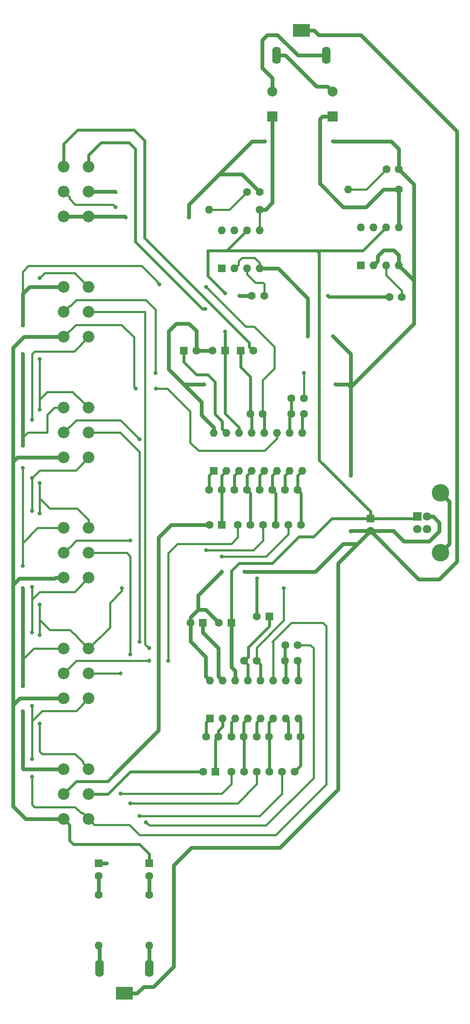
<source format=gbr>
G04 #@! TF.GenerationSoftware,KiCad,Pcbnew,5.0.0-fee4fd1~65~ubuntu16.04.1*
G04 #@! TF.CreationDate,2018-09-09T14:28:18+03:00*
G04 #@! TF.ProjectId,la3600_equalizer_amp,6C61333630305F657175616C697A6572,rev?*
G04 #@! TF.SameCoordinates,Original*
G04 #@! TF.FileFunction,Copper,L1,Top,Signal*
G04 #@! TF.FilePolarity,Positive*
%FSLAX46Y46*%
G04 Gerber Fmt 4.6, Leading zero omitted, Abs format (unit mm)*
G04 Created by KiCad (PCBNEW 5.0.0-fee4fd1~65~ubuntu16.04.1) date Sun Sep  9 14:28:18 2018*
%MOMM*%
%LPD*%
G01*
G04 APERTURE LIST*
G04 #@! TA.AperFunction,ComponentPad*
%ADD10C,2.340000*%
G04 #@! TD*
G04 #@! TA.AperFunction,ComponentPad*
%ADD11R,1.600000X1.600000*%
G04 #@! TD*
G04 #@! TA.AperFunction,ComponentPad*
%ADD12C,1.600000*%
G04 #@! TD*
G04 #@! TA.AperFunction,ComponentPad*
%ADD13C,2.000000*%
G04 #@! TD*
G04 #@! TA.AperFunction,ComponentPad*
%ADD14R,2.000000X2.000000*%
G04 #@! TD*
G04 #@! TA.AperFunction,ComponentPad*
%ADD15O,1.750000X3.500000*%
G04 #@! TD*
G04 #@! TA.AperFunction,ComponentPad*
%ADD16R,3.500000X2.500000*%
G04 #@! TD*
G04 #@! TA.AperFunction,ComponentPad*
%ADD17R,1.700000X1.700000*%
G04 #@! TD*
G04 #@! TA.AperFunction,ComponentPad*
%ADD18C,1.700000*%
G04 #@! TD*
G04 #@! TA.AperFunction,ComponentPad*
%ADD19C,3.500000*%
G04 #@! TD*
G04 #@! TA.AperFunction,ComponentPad*
%ADD20O,1.600000X1.600000*%
G04 #@! TD*
G04 #@! TA.AperFunction,ViaPad*
%ADD21C,0.800000*%
G04 #@! TD*
G04 #@! TA.AperFunction,Conductor*
%ADD22C,0.600000*%
G04 #@! TD*
G04 #@! TA.AperFunction,Conductor*
%ADD23C,0.800000*%
G04 #@! TD*
G04 #@! TA.AperFunction,Conductor*
%ADD24C,0.400000*%
G04 #@! TD*
G04 #@! TA.AperFunction,Conductor*
%ADD25C,0.700000*%
G04 #@! TD*
G04 APERTURE END LIST*
D10*
G04 #@! TO.P,22K4,4*
G04 #@! TO.N,Net-(22K1-Pad4)*
X41830000Y-96113600D03*
G04 #@! TO.P,22K4,5*
G04 #@! TO.N,Net-(22K4-Pad5)*
X41830000Y-101113600D03*
G04 #@! TO.P,22K4,6*
G04 #@! TO.N,Net-(22K1-Pad6)*
X41830000Y-106113600D03*
G04 #@! TO.P,22K4,1*
G04 #@! TO.N,Net-(22K1-Pad1)*
X36830000Y-96113600D03*
G04 #@! TO.P,22K4,2*
G04 #@! TO.N,Net-(22K4-Pad2)*
X36830000Y-101113600D03*
G04 #@! TO.P,22K4,3*
G04 #@! TO.N,Net-(22K1-Pad3)*
X36830000Y-106113600D03*
G04 #@! TD*
G04 #@! TO.P,22K2,4*
G04 #@! TO.N,Net-(22K1-Pad4)*
X41830000Y-144475200D03*
G04 #@! TO.P,22K2,5*
G04 #@! TO.N,Net-(22K2-Pad5)*
X41830000Y-149475200D03*
G04 #@! TO.P,22K2,6*
G04 #@! TO.N,Net-(22K1-Pad6)*
X41830000Y-154475200D03*
G04 #@! TO.P,22K2,1*
G04 #@! TO.N,Net-(22K1-Pad1)*
X36830000Y-144475200D03*
G04 #@! TO.P,22K2,2*
G04 #@! TO.N,Net-(22K2-Pad2)*
X36830000Y-149475200D03*
G04 #@! TO.P,22K2,3*
G04 #@! TO.N,Net-(22K1-Pad3)*
X36830000Y-154475200D03*
G04 #@! TD*
G04 #@! TO.P,22K1,3*
G04 #@! TO.N,Net-(22K1-Pad3)*
X36830000Y-178656000D03*
G04 #@! TO.P,22K1,2*
G04 #@! TO.N,Net-(22K1-Pad2)*
X36830000Y-173656000D03*
G04 #@! TO.P,22K1,1*
G04 #@! TO.N,Net-(22K1-Pad1)*
X36830000Y-168656000D03*
G04 #@! TO.P,22K1,6*
G04 #@! TO.N,Net-(22K1-Pad6)*
X41830000Y-178656000D03*
G04 #@! TO.P,22K1,5*
G04 #@! TO.N,Net-(22K1-Pad5)*
X41830000Y-173656000D03*
G04 #@! TO.P,22K1,4*
G04 #@! TO.N,Net-(22K1-Pad4)*
X41830000Y-168656000D03*
G04 #@! TD*
G04 #@! TO.P,22K3,3*
G04 #@! TO.N,Net-(22K1-Pad3)*
X36830000Y-130294400D03*
G04 #@! TO.P,22K3,2*
G04 #@! TO.N,Net-(22K3-Pad2)*
X36830000Y-125294400D03*
G04 #@! TO.P,22K3,1*
G04 #@! TO.N,Net-(22K1-Pad1)*
X36830000Y-120294400D03*
G04 #@! TO.P,22K3,6*
G04 #@! TO.N,Net-(22K1-Pad6)*
X41830000Y-130294400D03*
G04 #@! TO.P,22K3,5*
G04 #@! TO.N,Net-(22K3-Pad5)*
X41830000Y-125294400D03*
G04 #@! TO.P,22K3,4*
G04 #@! TO.N,Net-(22K1-Pad4)*
X41830000Y-120294400D03*
G04 #@! TD*
G04 #@! TO.P,22K5,3*
G04 #@! TO.N,Net-(22K1-Pad3)*
X36830000Y-81932800D03*
G04 #@! TO.P,22K5,2*
G04 #@! TO.N,Net-(22K5-Pad2)*
X36830000Y-76932800D03*
G04 #@! TO.P,22K5,1*
G04 #@! TO.N,Net-(22K1-Pad1)*
X36830000Y-71932800D03*
G04 #@! TO.P,22K5,6*
G04 #@! TO.N,Net-(22K1-Pad6)*
X41830000Y-81932800D03*
G04 #@! TO.P,22K5,5*
G04 #@! TO.N,Net-(22K5-Pad5)*
X41830000Y-76932800D03*
G04 #@! TO.P,22K5,4*
G04 #@! TO.N,Net-(22K1-Pad4)*
X41830000Y-71932800D03*
G04 #@! TD*
G04 #@! TO.P,22K6,4*
G04 #@! TO.N,Net-(22K6-Pad4)*
X41830000Y-47752000D03*
G04 #@! TO.P,22K6,5*
G04 #@! TO.N,Net-(22K6-Pad5)*
X41830000Y-52752000D03*
G04 #@! TO.P,22K6,6*
G04 #@! TO.N,GND*
X41830000Y-57752000D03*
G04 #@! TO.P,22K6,1*
G04 #@! TO.N,Net-(22K6-Pad1)*
X36830000Y-47752000D03*
G04 #@! TO.P,22K6,2*
G04 #@! TO.N,Net-(22K6-Pad2)*
X36830000Y-52752000D03*
G04 #@! TO.P,22K6,3*
G04 #@! TO.N,GND*
X36830000Y-57752000D03*
G04 #@! TD*
D11*
G04 #@! TO.P,C1,1*
G04 #@! TO.N,Vcc*
X98425000Y-118364000D03*
D12*
G04 #@! TO.P,C1,2*
G04 #@! TO.N,GND*
X98425000Y-120864000D03*
G04 #@! TD*
G04 #@! TO.P,C2,2*
G04 #@! TO.N,Net-(C2-Pad2)*
X53975000Y-190079000D03*
D11*
G04 #@! TO.P,C2,1*
G04 #@! TO.N,Net-(22K1-Pad3)*
X53975000Y-187579000D03*
G04 #@! TD*
G04 #@! TO.P,C3,1*
G04 #@! TO.N,Net-(22K1-Pad6)*
X43815000Y-187579000D03*
D12*
G04 #@! TO.P,C3,2*
G04 #@! TO.N,Net-(C3-Pad2)*
X43815000Y-190079000D03*
G04 #@! TD*
G04 #@! TO.P,C4,2*
G04 #@! TO.N,Net-(22K1-Pad2)*
X66080000Y-119634000D03*
D11*
G04 #@! TO.P,C4,1*
G04 #@! TO.N,Net-(C4-Pad1)*
X68580000Y-119634000D03*
G04 #@! TD*
D12*
G04 #@! TO.P,C5,2*
G04 #@! TO.N,Net-(22K2-Pad2)*
X71795000Y-119634000D03*
G04 #@! TO.P,C5,1*
G04 #@! TO.N,Net-(C5-Pad1)*
X74295000Y-119634000D03*
G04 #@! TD*
G04 #@! TO.P,C6,1*
G04 #@! TO.N,Net-(C10-Pad2)*
X79375000Y-119634000D03*
G04 #@! TO.P,C6,2*
G04 #@! TO.N,Net-(22K3-Pad2)*
X76875000Y-119634000D03*
G04 #@! TD*
G04 #@! TO.P,C7,1*
G04 #@! TO.N,Net-(C11-Pad2)*
X84455000Y-119634000D03*
G04 #@! TO.P,C7,2*
G04 #@! TO.N,Net-(22K4-Pad2)*
X81955000Y-119634000D03*
G04 #@! TD*
G04 #@! TO.P,C8,1*
G04 #@! TO.N,Net-(C8-Pad1)*
X66040000Y-112649000D03*
G04 #@! TO.P,C8,2*
G04 #@! TO.N,Net-(C4-Pad1)*
X68540000Y-112649000D03*
G04 #@! TD*
G04 #@! TO.P,C9,1*
G04 #@! TO.N,Net-(C9-Pad1)*
X71120000Y-112649000D03*
G04 #@! TO.P,C9,2*
G04 #@! TO.N,Net-(C5-Pad1)*
X73620000Y-112649000D03*
G04 #@! TD*
G04 #@! TO.P,C10,2*
G04 #@! TO.N,Net-(C10-Pad2)*
X78700000Y-112649000D03*
G04 #@! TO.P,C10,1*
G04 #@! TO.N,Net-(C10-Pad1)*
X76200000Y-112649000D03*
G04 #@! TD*
G04 #@! TO.P,C11,2*
G04 #@! TO.N,Net-(C11-Pad2)*
X83780000Y-112649000D03*
G04 #@! TO.P,C11,1*
G04 #@! TO.N,Net-(C11-Pad1)*
X81280000Y-112649000D03*
G04 #@! TD*
D11*
G04 #@! TO.P,C12,1*
G04 #@! TO.N,Net-(C12-Pad1)*
X67310000Y-169164000D03*
D12*
G04 #@! TO.P,C12,2*
G04 #@! TO.N,Net-(22K1-Pad5)*
X64810000Y-169164000D03*
G04 #@! TD*
G04 #@! TO.P,C13,2*
G04 #@! TO.N,Net-(22K2-Pad5)*
X70525000Y-169164000D03*
G04 #@! TO.P,C13,1*
G04 #@! TO.N,Net-(C13-Pad1)*
X73025000Y-169164000D03*
G04 #@! TD*
G04 #@! TO.P,C14,1*
G04 #@! TO.N,Net-(C14-Pad1)*
X78105000Y-169164000D03*
G04 #@! TO.P,C14,2*
G04 #@! TO.N,Net-(22K3-Pad5)*
X75605000Y-169164000D03*
G04 #@! TD*
G04 #@! TO.P,C15,1*
G04 #@! TO.N,Net-(C15-Pad1)*
X83185000Y-169164000D03*
G04 #@! TO.P,C15,2*
G04 #@! TO.N,Net-(22K4-Pad5)*
X80685000Y-169164000D03*
G04 #@! TD*
G04 #@! TO.P,C16,1*
G04 #@! TO.N,Net-(C16-Pad1)*
X65405000Y-162179000D03*
G04 #@! TO.P,C16,2*
G04 #@! TO.N,Net-(C12-Pad1)*
X67905000Y-162179000D03*
G04 #@! TD*
G04 #@! TO.P,C17,2*
G04 #@! TO.N,Net-(C13-Pad1)*
X72985000Y-162179000D03*
G04 #@! TO.P,C17,1*
G04 #@! TO.N,Net-(C17-Pad1)*
X70485000Y-162179000D03*
G04 #@! TD*
G04 #@! TO.P,C18,2*
G04 #@! TO.N,Net-(C14-Pad1)*
X78065000Y-162179000D03*
G04 #@! TO.P,C18,1*
G04 #@! TO.N,Net-(C18-Pad1)*
X75565000Y-162179000D03*
G04 #@! TD*
G04 #@! TO.P,C19,2*
G04 #@! TO.N,Net-(C15-Pad1)*
X84415000Y-162179000D03*
G04 #@! TO.P,C19,1*
G04 #@! TO.N,Net-(C19-Pad1)*
X81915000Y-162179000D03*
G04 #@! TD*
G04 #@! TO.P,C20,2*
G04 #@! TO.N,GND*
X66715000Y-84709000D03*
D11*
G04 #@! TO.P,C20,1*
G04 #@! TO.N,Vcc*
X69215000Y-84709000D03*
G04 #@! TD*
D12*
G04 #@! TO.P,C21,1*
G04 #@! TO.N,Net-(C21-Pad1)*
X82550000Y-97409000D03*
G04 #@! TO.P,C21,2*
G04 #@! TO.N,Net-(C21-Pad2)*
X85050000Y-97409000D03*
G04 #@! TD*
D11*
G04 #@! TO.P,C22,1*
G04 #@! TO.N,Vcc*
X70485000Y-139319000D03*
D12*
G04 #@! TO.P,C22,2*
G04 #@! TO.N,GND*
X67985000Y-139319000D03*
G04 #@! TD*
G04 #@! TO.P,C23,1*
G04 #@! TO.N,Net-(22K5-Pad2)*
X85050000Y-94234000D03*
G04 #@! TO.P,C23,2*
G04 #@! TO.N,Net-(C21-Pad1)*
X82550000Y-94234000D03*
G04 #@! TD*
G04 #@! TO.P,C24,2*
G04 #@! TO.N,GND*
X63460000Y-84709000D03*
D11*
G04 #@! TO.P,C24,1*
G04 #@! TO.N,Net-(C24-Pad1)*
X60960000Y-84709000D03*
G04 #@! TD*
D12*
G04 #@! TO.P,C25,1*
G04 #@! TO.N,Net-(C25-Pad1)*
X81280000Y-146939000D03*
G04 #@! TO.P,C25,2*
G04 #@! TO.N,Net-(C25-Pad2)*
X83780000Y-146939000D03*
G04 #@! TD*
G04 #@! TO.P,C26,1*
G04 #@! TO.N,Net-(C26-Pad1)*
X74295000Y-97409000D03*
G04 #@! TO.P,C26,2*
G04 #@! TO.N,Net-(22K1-Pad1)*
X76795000Y-97409000D03*
G04 #@! TD*
G04 #@! TO.P,C27,2*
G04 #@! TO.N,Net-(C25-Pad1)*
X81320000Y-143764000D03*
G04 #@! TO.P,C27,1*
G04 #@! TO.N,Net-(22K5-Pad5)*
X83820000Y-143764000D03*
G04 #@! TD*
G04 #@! TO.P,C28,2*
G04 #@! TO.N,GND*
X62270000Y-139319000D03*
D11*
G04 #@! TO.P,C28,1*
G04 #@! TO.N,Net-(C28-Pad1)*
X64770000Y-139319000D03*
G04 #@! TD*
D12*
G04 #@! TO.P,C29,2*
G04 #@! TO.N,Net-(22K1-Pad4)*
X75565000Y-146939000D03*
G04 #@! TO.P,C29,1*
G04 #@! TO.N,Net-(C29-Pad1)*
X73065000Y-146939000D03*
G04 #@! TD*
D11*
G04 #@! TO.P,C30,1*
G04 #@! TO.N,Net-(C26-Pad1)*
X72390000Y-84709000D03*
D12*
G04 #@! TO.P,C30,2*
G04 #@! TO.N,Net-(22K6-Pad1)*
X74890000Y-84709000D03*
G04 #@! TD*
D11*
G04 #@! TO.P,C31,1*
G04 #@! TO.N,Net-(C29-Pad1)*
X78105000Y-138049000D03*
D12*
G04 #@! TO.P,C31,2*
G04 #@! TO.N,Net-(22K6-Pad4)*
X75605000Y-138049000D03*
G04 #@! TD*
G04 #@! TO.P,C32,1*
G04 #@! TO.N,Net-(C32-Pad1)*
X77089000Y-73723500D03*
G04 #@! TO.P,C32,2*
G04 #@! TO.N,Net-(22K6-Pad2)*
X74589000Y-73723500D03*
G04 #@! TD*
G04 #@! TO.P,C33,2*
G04 #@! TO.N,Net-(22K6-Pad5)*
X102211500Y-73914000D03*
G04 #@! TO.P,C33,1*
G04 #@! TO.N,Net-(C33-Pad1)*
X104711500Y-73914000D03*
G04 #@! TD*
G04 #@! TO.P,C34,2*
G04 #@! TO.N,GND*
X76160000Y-52832000D03*
G04 #@! TO.P,C34,1*
G04 #@! TO.N,Net-(C34-Pad1)*
X73660000Y-52832000D03*
G04 #@! TD*
G04 #@! TO.P,C35,2*
G04 #@! TO.N,GND*
X104140000Y-48260000D03*
G04 #@! TO.P,C35,1*
G04 #@! TO.N,Net-(C35-Pad1)*
X101640000Y-48260000D03*
G04 #@! TD*
D13*
G04 #@! TO.P,C36,2*
G04 #@! TO.N,Net-(C36-Pad2)*
X78740000Y-32719000D03*
D14*
G04 #@! TO.P,C36,1*
G04 #@! TO.N,Net-(C36-Pad1)*
X78740000Y-37719000D03*
G04 #@! TD*
G04 #@! TO.P,C37,1*
G04 #@! TO.N,Net-(C37-Pad1)*
X90805000Y-37719000D03*
D13*
G04 #@! TO.P,C37,2*
G04 #@! TO.N,Net-(C37-Pad2)*
X90805000Y-32719000D03*
G04 #@! TD*
D15*
G04 #@! TO.P,J1,3*
G04 #@! TO.N,Net-(J1-Pad3)*
X54022000Y-208680000D03*
G04 #@! TO.P,J1,2*
G04 #@! TO.N,Net-(J1-Pad2)*
X44022000Y-208680000D03*
D16*
G04 #@! TO.P,J1,1*
G04 #@! TO.N,GND*
X49022000Y-213686000D03*
G04 #@! TD*
G04 #@! TO.P,J2,1*
G04 #@! TO.N,GND*
X84582000Y-20447000D03*
D15*
G04 #@! TO.P,J2,2*
G04 #@! TO.N,Net-(C36-Pad2)*
X89582000Y-25453000D03*
G04 #@! TO.P,J2,3*
G04 #@! TO.N,Net-(C37-Pad2)*
X79582000Y-25453000D03*
G04 #@! TD*
D17*
G04 #@! TO.P,J3,1*
G04 #@! TO.N,Vcc*
X107823000Y-117983000D03*
D18*
G04 #@! TO.P,J3,2*
G04 #@! TO.N,Net-(J3-Pad2)*
X107823000Y-120483000D03*
G04 #@! TO.P,J3,3*
G04 #@! TO.N,Net-(J3-Pad3)*
X109823000Y-120483000D03*
G04 #@! TO.P,J3,4*
G04 #@! TO.N,GND*
X109823000Y-117983000D03*
D19*
G04 #@! TO.P,J3,5*
G04 #@! TO.N,Net-(J3-Pad5)*
X112533000Y-113213000D03*
X112533000Y-125253000D03*
G04 #@! TD*
D12*
G04 #@! TO.P,R1,1*
G04 #@! TO.N,Net-(C2-Pad2)*
X53975000Y-193929000D03*
D20*
G04 #@! TO.P,R1,2*
G04 #@! TO.N,Net-(J1-Pad3)*
X53975000Y-204089000D03*
G04 #@! TD*
G04 #@! TO.P,R2,2*
G04 #@! TO.N,Net-(J1-Pad2)*
X43815000Y-204089000D03*
D12*
G04 #@! TO.P,R2,1*
G04 #@! TO.N,Net-(C3-Pad2)*
X43815000Y-193929000D03*
G04 #@! TD*
D20*
G04 #@! TO.P,R3,2*
G04 #@! TO.N,Net-(C34-Pad1)*
X66040000Y-56388000D03*
D12*
G04 #@! TO.P,R3,1*
G04 #@! TO.N,Net-(C36-Pad1)*
X76200000Y-56388000D03*
G04 #@! TD*
G04 #@! TO.P,R4,1*
G04 #@! TO.N,Net-(C37-Pad1)*
X104140000Y-52324000D03*
D20*
G04 #@! TO.P,R4,2*
G04 #@! TO.N,Net-(C35-Pad1)*
X93980000Y-52324000D03*
G04 #@! TD*
D11*
G04 #@! TO.P,U1,1*
G04 #@! TO.N,Net-(C8-Pad1)*
X66929000Y-108839000D03*
D20*
G04 #@! TO.P,U1,9*
G04 #@! TO.N,Net-(C21-Pad2)*
X84709000Y-101219000D03*
G04 #@! TO.P,U1,2*
G04 #@! TO.N,Net-(C4-Pad1)*
X69469000Y-108839000D03*
G04 #@! TO.P,U1,10*
G04 #@! TO.N,Net-(C21-Pad1)*
X82169000Y-101219000D03*
G04 #@! TO.P,U1,3*
G04 #@! TO.N,Net-(C9-Pad1)*
X72009000Y-108839000D03*
G04 #@! TO.P,U1,11*
G04 #@! TO.N,Net-(22K1-Pad3)*
X79629000Y-101219000D03*
G04 #@! TO.P,U1,4*
G04 #@! TO.N,Net-(C5-Pad1)*
X74549000Y-108839000D03*
G04 #@! TO.P,U1,12*
G04 #@! TO.N,Net-(22K1-Pad1)*
X77089000Y-101219000D03*
G04 #@! TO.P,U1,5*
G04 #@! TO.N,Net-(C10-Pad1)*
X77089000Y-108839000D03*
G04 #@! TO.P,U1,13*
G04 #@! TO.N,Net-(C26-Pad1)*
X74549000Y-101219000D03*
G04 #@! TO.P,U1,6*
G04 #@! TO.N,Net-(C10-Pad2)*
X79629000Y-108839000D03*
G04 #@! TO.P,U1,14*
G04 #@! TO.N,Vcc*
X72009000Y-101219000D03*
G04 #@! TO.P,U1,7*
G04 #@! TO.N,Net-(C11-Pad1)*
X82169000Y-108839000D03*
G04 #@! TO.P,U1,15*
G04 #@! TO.N,Net-(C24-Pad1)*
X69469000Y-101219000D03*
G04 #@! TO.P,U1,8*
G04 #@! TO.N,Net-(C11-Pad2)*
X84709000Y-108839000D03*
G04 #@! TO.P,U1,16*
G04 #@! TO.N,GND*
X66929000Y-101219000D03*
G04 #@! TD*
G04 #@! TO.P,U2,16*
G04 #@! TO.N,GND*
X66167000Y-150876000D03*
G04 #@! TO.P,U2,8*
G04 #@! TO.N,Net-(C15-Pad1)*
X83947000Y-158496000D03*
G04 #@! TO.P,U2,15*
G04 #@! TO.N,Net-(C28-Pad1)*
X68707000Y-150876000D03*
G04 #@! TO.P,U2,7*
G04 #@! TO.N,Net-(C19-Pad1)*
X81407000Y-158496000D03*
G04 #@! TO.P,U2,14*
G04 #@! TO.N,Vcc*
X71247000Y-150876000D03*
G04 #@! TO.P,U2,6*
G04 #@! TO.N,Net-(C14-Pad1)*
X78867000Y-158496000D03*
G04 #@! TO.P,U2,13*
G04 #@! TO.N,Net-(C29-Pad1)*
X73787000Y-150876000D03*
G04 #@! TO.P,U2,5*
G04 #@! TO.N,Net-(C18-Pad1)*
X76327000Y-158496000D03*
G04 #@! TO.P,U2,12*
G04 #@! TO.N,Net-(22K1-Pad4)*
X76327000Y-150876000D03*
G04 #@! TO.P,U2,4*
G04 #@! TO.N,Net-(C13-Pad1)*
X73787000Y-158496000D03*
G04 #@! TO.P,U2,11*
G04 #@! TO.N,Net-(22K1-Pad6)*
X78867000Y-150876000D03*
G04 #@! TO.P,U2,3*
G04 #@! TO.N,Net-(C17-Pad1)*
X71247000Y-158496000D03*
G04 #@! TO.P,U2,10*
G04 #@! TO.N,Net-(C25-Pad1)*
X81407000Y-150876000D03*
G04 #@! TO.P,U2,2*
G04 #@! TO.N,Net-(C12-Pad1)*
X68707000Y-158496000D03*
G04 #@! TO.P,U2,9*
G04 #@! TO.N,Net-(C25-Pad2)*
X83947000Y-150876000D03*
D11*
G04 #@! TO.P,U2,1*
G04 #@! TO.N,Net-(C16-Pad1)*
X66167000Y-158496000D03*
G04 #@! TD*
G04 #@! TO.P,U4,1*
G04 #@! TO.N,Net-(U4-Pad1)*
X96520000Y-67564000D03*
D20*
G04 #@! TO.P,U4,5*
G04 #@! TO.N,Net-(C37-Pad1)*
X104140000Y-59944000D03*
G04 #@! TO.P,U4,2*
G04 #@! TO.N,GND*
X99060000Y-67564000D03*
G04 #@! TO.P,U4,6*
G04 #@! TO.N,Vcc*
X101600000Y-59944000D03*
G04 #@! TO.P,U4,3*
G04 #@! TO.N,Net-(C33-Pad1)*
X101600000Y-67564000D03*
G04 #@! TO.P,U4,7*
G04 #@! TO.N,Net-(U4-Pad7)*
X99060000Y-59944000D03*
G04 #@! TO.P,U4,4*
G04 #@! TO.N,GND*
X104140000Y-67564000D03*
G04 #@! TO.P,U4,8*
G04 #@! TO.N,Net-(U4-Pad8)*
X96520000Y-59944000D03*
G04 #@! TD*
D11*
G04 #@! TO.P,U3,1*
G04 #@! TO.N,Net-(U3-Pad1)*
X68580000Y-68199000D03*
D20*
G04 #@! TO.P,U3,5*
G04 #@! TO.N,Net-(C36-Pad1)*
X76200000Y-60579000D03*
G04 #@! TO.P,U3,2*
G04 #@! TO.N,GND*
X71120000Y-68199000D03*
G04 #@! TO.P,U3,6*
G04 #@! TO.N,Vcc*
X73660000Y-60579000D03*
G04 #@! TO.P,U3,3*
G04 #@! TO.N,Net-(C32-Pad1)*
X73660000Y-68199000D03*
G04 #@! TO.P,U3,7*
G04 #@! TO.N,Net-(U3-Pad7)*
X71120000Y-60579000D03*
G04 #@! TO.P,U3,4*
G04 #@! TO.N,GND*
X76200000Y-68199000D03*
G04 #@! TO.P,U3,8*
G04 #@! TO.N,Net-(U3-Pad8)*
X68580000Y-60579000D03*
G04 #@! TD*
D21*
G04 #@! TO.N,Net-(22K1-Pad3)*
X55372000Y-92329000D03*
X51308000Y-92329000D03*
G04 #@! TO.N,Net-(22K1-Pad1)*
X28575000Y-157099000D03*
X28575000Y-152019000D03*
X28575000Y-132334000D03*
X28575000Y-127889000D03*
X28575000Y-108204000D03*
X28575000Y-103759000D03*
X28575000Y-85344000D03*
X28575000Y-79629000D03*
X65405000Y-71882000D03*
X56007000Y-71374000D03*
G04 #@! TO.N,Net-(22K1-Pad6)*
X30480000Y-170180000D03*
X30480000Y-166624000D03*
X30480000Y-132080000D03*
X30480000Y-110236000D03*
X30480000Y-98552000D03*
X30480000Y-116840000D03*
X30480000Y-155956000D03*
X30480000Y-141224000D03*
G04 #@! TO.N,Net-(22K1-Pad4)*
X32004000Y-86360000D03*
X32004000Y-159512000D03*
X32004000Y-96520000D03*
X32004000Y-141732000D03*
X32004000Y-135636000D03*
X32004000Y-117348000D03*
X32004000Y-111252000D03*
X81026000Y-132334000D03*
X48514000Y-132334000D03*
X32004000Y-70104000D03*
G04 #@! TO.N,Net-(22K2-Pad5)*
X48260000Y-149479000D03*
X48260000Y-173609000D03*
G04 #@! TO.N,Net-(22K2-Pad2)*
X53975000Y-146939000D03*
X57785000Y-146939000D03*
G04 #@! TO.N,Net-(22K3-Pad2)*
X50165000Y-122809000D03*
X65405000Y-124714000D03*
G04 #@! TO.N,Net-(22K3-Pad5)*
X50165000Y-145669000D03*
X50165000Y-175514000D03*
G04 #@! TO.N,Net-(22K4-Pad5)*
X52070000Y-143129000D03*
X52070000Y-178054000D03*
G04 #@! TO.N,Net-(22K4-Pad2)*
X52070000Y-102489000D03*
X68580000Y-125984000D03*
G04 #@! TO.N,Net-(22K5-Pad2)*
X55245000Y-89154000D03*
X85090000Y-89154000D03*
G04 #@! TO.N,Net-(22K5-Pad5)*
X53975000Y-144399000D03*
X53340000Y-179324000D03*
G04 #@! TO.N,Net-(22K6-Pad4)*
X65278000Y-76327000D03*
X75692000Y-130429000D03*
G04 #@! TO.N,Net-(22K6-Pad5)*
X89916000Y-73660000D03*
X47244000Y-52832000D03*
G04 #@! TO.N,GND*
X49276000Y-57912000D03*
X61976000Y-57912000D03*
X94488000Y-120904000D03*
X94488000Y-109728000D03*
X90932000Y-42672000D03*
X77216000Y-42672000D03*
X85852000Y-81788000D03*
X90932000Y-81788000D03*
X68580000Y-129032000D03*
X73152000Y-129032000D03*
X65024000Y-91440000D03*
X91440000Y-91440000D03*
G04 #@! TO.N,Net-(22K6-Pad2)*
X72136000Y-73660000D03*
X47244000Y-55880000D03*
G04 #@! TO.N,Vcc*
X69215000Y-80899000D03*
X69215000Y-73152000D03*
G04 #@! TD*
D22*
G04 #@! TO.N,Net-(22K1-Pad3)*
X37999999Y-179825999D02*
X37999999Y-183033999D01*
X36830000Y-178656000D02*
X37999999Y-179825999D01*
X37999999Y-183033999D02*
X38735000Y-183769000D01*
X38735000Y-183769000D02*
X52070000Y-183769000D01*
X53975000Y-185674000D02*
X53975000Y-186179000D01*
X53975000Y-186179000D02*
X53975000Y-187579000D01*
X52070000Y-183769000D02*
X53975000Y-185674000D01*
D23*
X28811200Y-81932800D02*
X36830000Y-81932800D01*
X36830000Y-178656000D02*
X29177000Y-178656000D01*
X29177000Y-178656000D02*
X26670000Y-176149000D01*
X26670000Y-84074000D02*
X28811200Y-81932800D01*
X36830000Y-154475200D02*
X28023800Y-154475200D01*
X28023800Y-154475200D02*
X26670000Y-155829000D01*
X26670000Y-176149000D02*
X26670000Y-155829000D01*
X35175371Y-130294400D02*
X35040771Y-130429000D01*
X36830000Y-130294400D02*
X35175371Y-130294400D01*
X27940000Y-130429000D02*
X26670000Y-131699000D01*
X35040771Y-130429000D02*
X27940000Y-130429000D01*
X26670000Y-155829000D02*
X26670000Y-131699000D01*
X27490400Y-106113600D02*
X26670000Y-106934000D01*
X36830000Y-106113600D02*
X27490400Y-106113600D01*
X26670000Y-106934000D02*
X26670000Y-84074000D01*
X26670000Y-131699000D02*
X26670000Y-106934000D01*
D24*
X79629000Y-102350370D02*
X77204370Y-104775000D01*
X79629000Y-101219000D02*
X79629000Y-102350370D01*
X77204370Y-104775000D02*
X63881000Y-104775000D01*
X63881000Y-104775000D02*
X62230000Y-103124000D01*
X62230000Y-103124000D02*
X62230000Y-96901000D01*
X57658000Y-92329000D02*
X55372000Y-92329000D01*
X62230000Y-96901000D02*
X57658000Y-92329000D01*
X50908001Y-91929001D02*
X50908001Y-82023001D01*
X51308000Y-92329000D02*
X50908001Y-91929001D01*
X50908001Y-82023001D02*
X48387000Y-79502000D01*
X39260800Y-79502000D02*
X36830000Y-81932800D01*
X48387000Y-79502000D02*
X39260800Y-79502000D01*
D22*
G04 #@! TO.N,Net-(22K1-Pad2)*
X36830000Y-173656000D02*
X39370000Y-171116000D01*
X39370000Y-171116000D02*
X45673000Y-171116000D01*
X45673000Y-171116000D02*
X46990000Y-169799000D01*
D23*
X55880000Y-160909000D02*
X55880000Y-122174000D01*
X55880000Y-122174000D02*
X58420000Y-119634000D01*
X46990000Y-169799000D02*
X55880000Y-160909000D01*
X58420000Y-119634000D02*
X66080000Y-119634000D01*
G04 #@! TO.N,Net-(22K1-Pad1)*
X36830000Y-168656000D02*
X28702000Y-168656000D01*
X28575000Y-168529000D02*
X28575000Y-157099000D01*
X28702000Y-168656000D02*
X28575000Y-168529000D01*
X29921200Y-71932800D02*
X36830000Y-71932800D01*
X28575000Y-73279000D02*
X29921200Y-71932800D01*
D24*
X36830000Y-96113600D02*
X34950400Y-96113600D01*
X34950400Y-96113600D02*
X33528000Y-97536000D01*
X33528000Y-97536000D02*
X33528000Y-101092000D01*
X29591000Y-101092000D02*
X28575000Y-102108000D01*
D23*
X28575000Y-102108000D02*
X28575000Y-85344000D01*
D24*
X33528000Y-101092000D02*
X29591000Y-101092000D01*
D23*
X28575000Y-103759000D02*
X28575000Y-102108000D01*
D24*
X28575000Y-127889000D02*
X28575000Y-123317000D01*
X31597600Y-120294400D02*
X36830000Y-120294400D01*
X28575000Y-123317000D02*
X31597600Y-120294400D01*
X28575000Y-123317000D02*
X28575000Y-108204000D01*
D23*
X28575000Y-152019000D02*
X28575000Y-148336000D01*
X28575000Y-148336000D02*
X28575000Y-132334000D01*
D24*
X28575000Y-146685000D02*
X30784800Y-144475200D01*
X30784800Y-144475200D02*
X36830000Y-144475200D01*
X28575000Y-148336000D02*
X28575000Y-146685000D01*
D22*
X77089000Y-97703000D02*
X76795000Y-97409000D01*
X77089000Y-101219000D02*
X77089000Y-97703000D01*
D24*
X76795000Y-97409000D02*
X76795000Y-90591000D01*
X76795000Y-90591000D02*
X79121000Y-88265000D01*
X79121000Y-88265000D02*
X79121000Y-83947000D01*
X79121000Y-83947000D02*
X75057000Y-79883000D01*
X73406000Y-79883000D02*
X65405000Y-71882000D01*
X75057000Y-79883000D02*
X73406000Y-79883000D01*
D23*
X28575000Y-79629000D02*
X28575000Y-73279000D01*
D24*
X55607001Y-70974001D02*
X56007000Y-71374000D01*
X55607001Y-70847001D02*
X55607001Y-70974001D01*
X28575000Y-73279000D02*
X28575000Y-68834000D01*
X52451000Y-67691000D02*
X55607001Y-70847001D01*
X28575000Y-68834000D02*
X29718000Y-67691000D01*
X29718000Y-67691000D02*
X52451000Y-67691000D01*
D23*
G04 #@! TO.N,Net-(22K1-Pad6)*
X43815000Y-187579000D02*
X45415000Y-187579000D01*
D24*
X50031999Y-179825999D02*
X52070000Y-181864000D01*
X52070000Y-181864000D02*
X79375000Y-181864000D01*
X88900000Y-139319000D02*
X82550000Y-139319000D01*
X79375000Y-181864000D02*
X89535000Y-171704000D01*
X41830000Y-178656000D02*
X42999999Y-179825999D01*
X42999999Y-179825999D02*
X50031999Y-179825999D01*
X89535000Y-171704000D02*
X89535000Y-139954000D01*
X78867000Y-143256000D02*
X78867000Y-150876000D01*
X89535000Y-139954000D02*
X88900000Y-139319000D01*
X78740000Y-143129000D02*
X78867000Y-143256000D01*
X82550000Y-139319000D02*
X78740000Y-143129000D01*
X40660001Y-177486001D02*
X40326001Y-177486001D01*
X41830000Y-178656000D02*
X40660001Y-177486001D01*
X40326001Y-177486001D02*
X39116000Y-176276000D01*
X39116000Y-176276000D02*
X30988000Y-176276000D01*
X30988000Y-176276000D02*
X30480000Y-175768000D01*
X30480000Y-175768000D02*
X30480000Y-170180000D01*
X30988000Y-84836000D02*
X38926800Y-84836000D01*
X30480000Y-85344000D02*
X30988000Y-84836000D01*
X38926800Y-84836000D02*
X41830000Y-81932800D01*
X41830000Y-106113600D02*
X39231600Y-108712000D01*
X39231600Y-108712000D02*
X32004000Y-108712000D01*
X32004000Y-108712000D02*
X30480000Y-110236000D01*
X30480000Y-134620000D02*
X30480000Y-132080000D01*
X39028400Y-133096000D02*
X41830000Y-130294400D01*
X32004000Y-133096000D02*
X39028400Y-133096000D01*
X30480000Y-134620000D02*
X32004000Y-133096000D01*
X30480000Y-166624000D02*
X30480000Y-159004000D01*
X39333200Y-156972000D02*
X41830000Y-154475200D01*
X32512000Y-156972000D02*
X39333200Y-156972000D01*
X30480000Y-159004000D02*
X32512000Y-156972000D01*
X30480000Y-98552000D02*
X30480000Y-85344000D01*
X30480000Y-116840000D02*
X30480000Y-110236000D01*
X30480000Y-141224000D02*
X30480000Y-134620000D01*
X30480000Y-159004000D02*
X30480000Y-155956000D01*
D22*
G04 #@! TO.N,Net-(22K1-Pad5)*
X64810000Y-169164000D02*
X50165000Y-169164000D01*
X45673000Y-173656000D02*
X41830000Y-173656000D01*
X50165000Y-169164000D02*
X45673000Y-173656000D01*
G04 #@! TO.N,Net-(22K1-Pad4)*
X76327000Y-147701000D02*
X75565000Y-146939000D01*
X76327000Y-150876000D02*
X76327000Y-147701000D01*
D24*
X33020000Y-69088000D02*
X39116000Y-69088000D01*
X39116000Y-69218800D02*
X41830000Y-71932800D01*
X39116000Y-69088000D02*
X39116000Y-69218800D01*
X32004000Y-165100000D02*
X32004000Y-159512000D01*
X40660001Y-167486001D02*
X40660001Y-167152001D01*
X40660001Y-167152001D02*
X39116000Y-165608000D01*
X32512000Y-165608000D02*
X32004000Y-165100000D01*
X41830000Y-168656000D02*
X40660001Y-167486001D01*
X39116000Y-165608000D02*
X32512000Y-165608000D01*
X32004000Y-96520000D02*
X32004000Y-86360000D01*
X41830000Y-96113600D02*
X39696400Y-93980000D01*
X39696400Y-93980000D02*
X39624000Y-93980000D01*
X39624000Y-93980000D02*
X38608000Y-92964000D01*
X38608000Y-92964000D02*
X33528000Y-92964000D01*
X33528000Y-92964000D02*
X32004000Y-94488000D01*
X32004000Y-94488000D02*
X32004000Y-96520000D01*
X41830000Y-144475200D02*
X39594800Y-142240000D01*
X39594800Y-142240000D02*
X39594800Y-142210800D01*
X39594800Y-142210800D02*
X38100000Y-140716000D01*
X34036000Y-140716000D02*
X32004000Y-138684000D01*
X38100000Y-140716000D02*
X34036000Y-140716000D01*
X32004000Y-138684000D02*
X32004000Y-135636000D01*
X32004000Y-141732000D02*
X32004000Y-138684000D01*
X41830000Y-118639771D02*
X39522229Y-116332000D01*
X41830000Y-120294400D02*
X41830000Y-118639771D01*
X34036000Y-116332000D02*
X32004000Y-114300000D01*
X39522229Y-116332000D02*
X34036000Y-116332000D01*
X32004000Y-114300000D02*
X32004000Y-111252000D01*
X32004000Y-117348000D02*
X32004000Y-114300000D01*
X75565000Y-146939000D02*
X75565000Y-144272000D01*
X75565000Y-144272000D02*
X81026000Y-138811000D01*
X81026000Y-138811000D02*
X81026000Y-132334000D01*
X48514000Y-132899685D02*
X46101000Y-135312685D01*
X48514000Y-132334000D02*
X48514000Y-132899685D01*
X46101000Y-140204200D02*
X41830000Y-144475200D01*
X46101000Y-135312685D02*
X46101000Y-140204200D01*
X32004000Y-70104000D02*
X33020000Y-69088000D01*
G04 #@! TO.N,Net-(22K2-Pad5)*
X48256200Y-149475200D02*
X48260000Y-149479000D01*
X41830000Y-149475200D02*
X48256200Y-149475200D01*
X70525000Y-171664000D02*
X70525000Y-169164000D01*
X68580000Y-173609000D02*
X70525000Y-171664000D01*
X48260000Y-173609000D02*
X68580000Y-173609000D01*
G04 #@! TO.N,Net-(22K2-Pad2)*
X36830000Y-149475200D02*
X39366200Y-146939000D01*
X39366200Y-146939000D02*
X53975000Y-146939000D01*
X71795000Y-122134000D02*
X71795000Y-119634000D01*
X57785000Y-146939000D02*
X57785000Y-125349000D01*
X57785000Y-125349000D02*
X59690000Y-123444000D01*
X59690000Y-123444000D02*
X70485000Y-123444000D01*
X70485000Y-123444000D02*
X71795000Y-122134000D01*
G04 #@! TO.N,Net-(22K3-Pad2)*
X37999999Y-124124401D02*
X38054599Y-124124401D01*
X36830000Y-125294400D02*
X37999999Y-124124401D01*
X38054599Y-124124401D02*
X39370000Y-122809000D01*
X39370000Y-122809000D02*
X50165000Y-122809000D01*
X76875000Y-122769000D02*
X76875000Y-119634000D01*
X74930000Y-124714000D02*
X76875000Y-122769000D01*
X65405000Y-124714000D02*
X74930000Y-124714000D01*
G04 #@! TO.N,Net-(22K3-Pad5)*
X41830000Y-125294400D02*
X49475400Y-125294400D01*
X50165000Y-125984000D02*
X50165000Y-145669000D01*
X49475400Y-125294400D02*
X50165000Y-125984000D01*
X75605000Y-171664000D02*
X75605000Y-169164000D01*
X71755000Y-175514000D02*
X75605000Y-171664000D01*
X50165000Y-175514000D02*
X71755000Y-175514000D01*
G04 #@! TO.N,Net-(22K4-Pad5)*
X41830000Y-101113600D02*
X48154600Y-101113600D01*
X52070000Y-105029000D02*
X52070000Y-143129000D01*
X48154600Y-101113600D02*
X52070000Y-105029000D01*
X52070000Y-178054000D02*
X76200000Y-178054000D01*
X80685000Y-173569000D02*
X80685000Y-169164000D01*
X76200000Y-178054000D02*
X80685000Y-173569000D01*
G04 #@! TO.N,Net-(22K4-Pad2)*
X37999999Y-99943601D02*
X38105399Y-99943601D01*
X36830000Y-101113600D02*
X37999999Y-99943601D01*
X38105399Y-99943601D02*
X39370000Y-98679000D01*
X48260000Y-98679000D02*
X52070000Y-102489000D01*
X39370000Y-98679000D02*
X48260000Y-98679000D01*
X68580000Y-125984000D02*
X77470000Y-125984000D01*
X81955000Y-121499000D02*
X81955000Y-119634000D01*
X77470000Y-125984000D02*
X81955000Y-121499000D01*
G04 #@! TO.N,Net-(22K5-Pad2)*
X37999999Y-75762801D02*
X38156199Y-75762801D01*
X36830000Y-76932800D02*
X37999999Y-75762801D01*
X38156199Y-75762801D02*
X39370000Y-74549000D01*
X39370000Y-74549000D02*
X53340000Y-74549000D01*
X55245000Y-76454000D02*
X55245000Y-89154000D01*
X53340000Y-74549000D02*
X55245000Y-76454000D01*
X85090000Y-94194000D02*
X85050000Y-94234000D01*
X85090000Y-89154000D02*
X85090000Y-94194000D01*
G04 #@! TO.N,Net-(22K5-Pad5)*
X41830000Y-76932800D02*
X53183800Y-76932800D01*
X53183800Y-143607800D02*
X53975000Y-144399000D01*
X53183800Y-76932800D02*
X53183800Y-143607800D01*
X86995000Y-144399000D02*
X86360000Y-143764000D01*
X53340000Y-179324000D02*
X53975000Y-179959000D01*
X53975000Y-179959000D02*
X77470000Y-179959000D01*
X77470000Y-179959000D02*
X86995000Y-170434000D01*
X86360000Y-143764000D02*
X83820000Y-143764000D01*
X86995000Y-170434000D02*
X86995000Y-144399000D01*
D22*
G04 #@! TO.N,Net-(22K6-Pad4)*
X44323000Y-42926000D02*
X41830000Y-45419000D01*
X49911000Y-42926000D02*
X44323000Y-42926000D01*
X65278000Y-76327000D02*
X64643000Y-76327000D01*
X41830000Y-45419000D02*
X41830000Y-47752000D01*
X64643000Y-76327000D02*
X51181000Y-62865000D01*
X51181000Y-62865000D02*
X51181000Y-44196000D01*
X51181000Y-44196000D02*
X49911000Y-42926000D01*
X75605000Y-130516000D02*
X75692000Y-130429000D01*
X75605000Y-138049000D02*
X75605000Y-130516000D01*
D25*
G04 #@! TO.N,Net-(22K6-Pad5)*
X90170000Y-73914000D02*
X89916000Y-73660000D01*
X102211500Y-73914000D02*
X90170000Y-73914000D01*
D23*
X47164000Y-52752000D02*
X47244000Y-52832000D01*
X41830000Y-52752000D02*
X47164000Y-52752000D01*
G04 #@! TO.N,GND*
X87132000Y-20447000D02*
X88021000Y-21336000D01*
X84582000Y-20447000D02*
X87132000Y-20447000D01*
X88021000Y-21336000D02*
X96520000Y-21336000D01*
X115824000Y-127000000D02*
X112268000Y-130556000D01*
X108117000Y-130556000D02*
X98425000Y-120864000D01*
X112268000Y-130556000D02*
X108117000Y-130556000D01*
X103084000Y-120864000D02*
X103124000Y-120904000D01*
X98425000Y-120864000D02*
X103084000Y-120864000D01*
X107188000Y-70612000D02*
X104140000Y-67564000D01*
X99859999Y-66764001D02*
X99859999Y-65748001D01*
X99060000Y-67564000D02*
X99859999Y-66764001D01*
X99859999Y-65748001D02*
X101092000Y-64516000D01*
X101092000Y-64516000D02*
X103124000Y-64516000D01*
X104140000Y-65532000D02*
X104140000Y-67564000D01*
X103124000Y-64516000D02*
X104140000Y-65532000D01*
D24*
X72644000Y-66040000D02*
X75184000Y-66040000D01*
X76200000Y-67056000D02*
X76200000Y-68199000D01*
X75184000Y-66040000D02*
X76200000Y-67056000D01*
D23*
X107188000Y-51308000D02*
X104140000Y-48260000D01*
X107188000Y-70612000D02*
X107188000Y-51308000D01*
X36830000Y-57752000D02*
X41830000Y-57752000D01*
X49116000Y-57752000D02*
X49276000Y-57912000D01*
X41830000Y-57752000D02*
X49116000Y-57752000D01*
X61976000Y-57912000D02*
X61976000Y-55372000D01*
X61976000Y-55372000D02*
X68072000Y-49276000D01*
X75360001Y-52032001D02*
X76160000Y-52832000D01*
X72604000Y-49276000D02*
X75360001Y-52032001D01*
X68072000Y-49276000D02*
X72604000Y-49276000D01*
X62270000Y-138187630D02*
X63805630Y-136652000D01*
X62270000Y-139319000D02*
X62270000Y-138187630D01*
X65318000Y-136652000D02*
X67985000Y-139319000D01*
X63805630Y-136652000D02*
X65318000Y-136652000D01*
X63460000Y-84709000D02*
X66715000Y-84709000D01*
X51572000Y-213686000D02*
X52914000Y-212344000D01*
X49022000Y-213686000D02*
X51572000Y-213686000D01*
X52914000Y-212344000D02*
X54864000Y-212344000D01*
X54864000Y-212344000D02*
X58928000Y-208280000D01*
X58928000Y-208280000D02*
X58928000Y-187960000D01*
X58928000Y-187960000D02*
X62484000Y-184404000D01*
X62484000Y-184404000D02*
X80264000Y-184404000D01*
X80264000Y-184404000D02*
X91948000Y-172720000D01*
X91948000Y-172720000D02*
X91948000Y-127341000D01*
X111025081Y-117983000D02*
X112268000Y-119225919D01*
X109823000Y-117983000D02*
X111025081Y-117983000D01*
X112268000Y-119225919D02*
X112268000Y-120904000D01*
X112268000Y-120904000D02*
X110236000Y-122936000D01*
X105156000Y-122936000D02*
X103124000Y-120904000D01*
X110236000Y-122936000D02*
X105156000Y-122936000D01*
X94528000Y-120864000D02*
X94488000Y-120904000D01*
X98425000Y-120864000D02*
X94528000Y-120864000D01*
X107188000Y-79248000D02*
X107188000Y-70612000D01*
X94488000Y-91948000D02*
X107188000Y-79248000D01*
X94488000Y-109728000D02*
X94488000Y-91948000D01*
X66929000Y-100087630D02*
X64516000Y-97674630D01*
X66929000Y-101219000D02*
X66929000Y-100087630D01*
X64516000Y-97674630D02*
X64516000Y-94996000D01*
X57912000Y-88392000D02*
X57912000Y-80772000D01*
X57912000Y-80772000D02*
X59436000Y-79248000D01*
X59436000Y-79248000D02*
X61976000Y-79248000D01*
X63460000Y-80732000D02*
X63460000Y-84709000D01*
X61976000Y-79248000D02*
X63460000Y-80732000D01*
X104140000Y-48260000D02*
X104140000Y-44196000D01*
X102616000Y-42672000D02*
X90932000Y-42672000D01*
X104140000Y-44196000D02*
X102616000Y-42672000D01*
X74676000Y-42672000D02*
X68072000Y-49276000D01*
X77216000Y-42672000D02*
X74676000Y-42672000D01*
X76200000Y-68199000D02*
X79883000Y-68199000D01*
X85852000Y-74168000D02*
X85852000Y-81788000D01*
X79883000Y-68199000D02*
X85852000Y-74168000D01*
X94488000Y-85344000D02*
X94488000Y-91948000D01*
X90932000Y-81788000D02*
X94488000Y-85344000D01*
D24*
X71919999Y-66764001D02*
X72644000Y-66040000D01*
X71919999Y-67399001D02*
X71919999Y-66764001D01*
X71120000Y-68199000D02*
X71919999Y-67399001D01*
D23*
X65367001Y-150076001D02*
X65367001Y-146139001D01*
X66167000Y-150876000D02*
X65367001Y-150076001D01*
X62270000Y-143042000D02*
X62270000Y-139319000D01*
X65367001Y-146139001D02*
X62270000Y-143042000D01*
X63805630Y-133806370D02*
X68580000Y-129032000D01*
X63805630Y-136652000D02*
X63805630Y-133806370D01*
X73152000Y-129032000D02*
X87376000Y-129032000D01*
X92964000Y-123444000D02*
X95845000Y-123444000D01*
X95845000Y-123444000D02*
X98425000Y-120864000D01*
X87376000Y-129032000D02*
X92964000Y-123444000D01*
X91948000Y-127341000D02*
X95845000Y-123444000D01*
X60960000Y-91440000D02*
X65024000Y-91440000D01*
X64516000Y-94996000D02*
X60960000Y-91440000D01*
X60960000Y-91440000D02*
X57912000Y-88392000D01*
X93980000Y-91440000D02*
X94488000Y-91948000D01*
X91440000Y-91440000D02*
X93980000Y-91440000D01*
X115824000Y-40640000D02*
X115824000Y-127000000D01*
X96520000Y-21336000D02*
X115824000Y-40640000D01*
D22*
G04 #@! TO.N,Net-(22K6-Pad1)*
X74090001Y-83909001D02*
X74090001Y-83107001D01*
X74890000Y-84709000D02*
X74090001Y-83909001D01*
X74090001Y-83107001D02*
X53086000Y-62103000D01*
X53086000Y-62103000D02*
X53086000Y-42545000D01*
X53086000Y-42545000D02*
X50927000Y-40386000D01*
X50927000Y-40386000D02*
X39624000Y-40386000D01*
X36830000Y-43180000D02*
X36830000Y-47752000D01*
X39624000Y-40386000D02*
X36830000Y-43180000D01*
D23*
G04 #@! TO.N,Net-(22K6-Pad2)*
X72199500Y-73723500D02*
X72136000Y-73660000D01*
X74589000Y-73723500D02*
X72199500Y-73723500D01*
D24*
X37999999Y-53921999D02*
X37999999Y-54255999D01*
X36830000Y-52752000D02*
X37999999Y-53921999D01*
X37999999Y-54255999D02*
X39116000Y-55372000D01*
X46736000Y-55372000D02*
X47244000Y-55880000D01*
X39116000Y-55372000D02*
X46736000Y-55372000D01*
D23*
G04 #@! TO.N,Vcc*
X71247000Y-150876000D02*
X71247000Y-148971000D01*
X71247000Y-148971000D02*
X70485000Y-148209000D01*
X70485000Y-148209000D02*
X70485000Y-139319000D01*
D22*
X69215000Y-86109000D02*
X69215000Y-84709000D01*
X72009000Y-100087630D02*
X69215000Y-97293630D01*
X69215000Y-97293630D02*
X69215000Y-86109000D01*
X72009000Y-101219000D02*
X72009000Y-100087630D01*
X90678000Y-118364000D02*
X98425000Y-118364000D01*
X86995000Y-122047000D02*
X90678000Y-118364000D01*
X84074000Y-122047000D02*
X86995000Y-122047000D01*
X70485000Y-139319000D02*
X70485000Y-128905000D01*
X72009000Y-127381000D02*
X78740000Y-127381000D01*
X70485000Y-128905000D02*
X72009000Y-127381000D01*
X78740000Y-127381000D02*
X84074000Y-122047000D01*
X107442000Y-118364000D02*
X107823000Y-117983000D01*
X98425000Y-118364000D02*
X107442000Y-118364000D01*
X69215000Y-84709000D02*
X69215000Y-80899000D01*
X69215000Y-73152000D02*
X65786000Y-69723000D01*
X65786000Y-69723000D02*
X65786000Y-64643000D01*
X69596000Y-64643000D02*
X73660000Y-60579000D01*
X65786000Y-64643000D02*
X69596000Y-64643000D01*
X96901000Y-64643000D02*
X101600000Y-59944000D01*
X98425000Y-116964000D02*
X88138000Y-106677000D01*
X98425000Y-118364000D02*
X98425000Y-116964000D01*
X88138000Y-65151000D02*
X87630000Y-64643000D01*
X88138000Y-106677000D02*
X88138000Y-65151000D01*
X87630000Y-64643000D02*
X96901000Y-64643000D01*
X69596000Y-64643000D02*
X87630000Y-64643000D01*
D23*
G04 #@! TO.N,Net-(C2-Pad2)*
X53975000Y-193929000D02*
X53975000Y-190079000D01*
G04 #@! TO.N,Net-(C3-Pad2)*
X43815000Y-193929000D02*
X43815000Y-190079000D01*
D22*
G04 #@! TO.N,Net-(C4-Pad1)*
X68540000Y-109768000D02*
X69469000Y-108839000D01*
X68540000Y-112649000D02*
X68540000Y-109768000D01*
X68580000Y-112689000D02*
X68540000Y-112649000D01*
X68580000Y-119634000D02*
X68580000Y-112689000D01*
G04 #@! TO.N,Net-(C5-Pad1)*
X73620000Y-109768000D02*
X74549000Y-108839000D01*
X73620000Y-112649000D02*
X73620000Y-109768000D01*
X74295000Y-113324000D02*
X73620000Y-112649000D01*
X74295000Y-119634000D02*
X74295000Y-113324000D01*
G04 #@! TO.N,Net-(C10-Pad2)*
X78700000Y-109768000D02*
X79629000Y-108839000D01*
X78700000Y-112649000D02*
X78700000Y-109768000D01*
X79375000Y-113324000D02*
X78700000Y-112649000D01*
X79375000Y-119634000D02*
X79375000Y-113324000D01*
G04 #@! TO.N,Net-(C11-Pad2)*
X83780000Y-109768000D02*
X84709000Y-108839000D01*
X83780000Y-112649000D02*
X83780000Y-109768000D01*
X84455000Y-113324000D02*
X83780000Y-112649000D01*
X84455000Y-119634000D02*
X84455000Y-113324000D01*
G04 #@! TO.N,Net-(C8-Pad1)*
X66040000Y-109728000D02*
X66929000Y-108839000D01*
X66040000Y-112649000D02*
X66040000Y-109728000D01*
G04 #@! TO.N,Net-(C9-Pad1)*
X71120000Y-109728000D02*
X72009000Y-108839000D01*
X71120000Y-112649000D02*
X71120000Y-109728000D01*
G04 #@! TO.N,Net-(C10-Pad1)*
X76200000Y-109728000D02*
X77089000Y-108839000D01*
X76200000Y-112649000D02*
X76200000Y-109728000D01*
G04 #@! TO.N,Net-(C11-Pad1)*
X81280000Y-109728000D02*
X82169000Y-108839000D01*
X81280000Y-112649000D02*
X81280000Y-109728000D01*
G04 #@! TO.N,Net-(C12-Pad1)*
X68707000Y-160147000D02*
X68707000Y-158496000D01*
X67905000Y-160949000D02*
X68707000Y-160147000D01*
X67905000Y-162179000D02*
X67905000Y-160949000D01*
X67310000Y-162774000D02*
X67905000Y-162179000D01*
X67310000Y-169164000D02*
X67310000Y-162774000D01*
G04 #@! TO.N,Net-(C13-Pad1)*
X72985000Y-159298000D02*
X73787000Y-158496000D01*
X72985000Y-162179000D02*
X72985000Y-159298000D01*
X73025000Y-162219000D02*
X72985000Y-162179000D01*
X73025000Y-169164000D02*
X73025000Y-162219000D01*
G04 #@! TO.N,Net-(C14-Pad1)*
X78065000Y-159298000D02*
X78867000Y-158496000D01*
X78065000Y-162179000D02*
X78065000Y-159298000D01*
X78105000Y-162219000D02*
X78065000Y-162179000D01*
X78105000Y-169164000D02*
X78105000Y-162219000D01*
G04 #@! TO.N,Net-(C15-Pad1)*
X84415000Y-158964000D02*
X83947000Y-158496000D01*
X84415000Y-162179000D02*
X84415000Y-158964000D01*
X84415000Y-167934000D02*
X84415000Y-162179000D01*
X83185000Y-169164000D02*
X84415000Y-167934000D01*
G04 #@! TO.N,Net-(C16-Pad1)*
X65405000Y-159258000D02*
X66167000Y-158496000D01*
X65405000Y-162179000D02*
X65405000Y-159258000D01*
G04 #@! TO.N,Net-(C17-Pad1)*
X70485000Y-159258000D02*
X71247000Y-158496000D01*
X70485000Y-162179000D02*
X70485000Y-159258000D01*
G04 #@! TO.N,Net-(C18-Pad1)*
X75565000Y-159258000D02*
X76327000Y-158496000D01*
X75565000Y-162179000D02*
X75565000Y-159258000D01*
G04 #@! TO.N,Net-(C19-Pad1)*
X81915000Y-159004000D02*
X81407000Y-158496000D01*
X81915000Y-162179000D02*
X81915000Y-159004000D01*
G04 #@! TO.N,Net-(C21-Pad1)*
X82169000Y-97790000D02*
X82550000Y-97409000D01*
X82169000Y-101219000D02*
X82169000Y-97790000D01*
X82550000Y-97409000D02*
X82550000Y-94234000D01*
G04 #@! TO.N,Net-(C21-Pad2)*
X84709000Y-97750000D02*
X85050000Y-97409000D01*
X84709000Y-101219000D02*
X84709000Y-97750000D01*
G04 #@! TO.N,Net-(C24-Pad1)*
X68669001Y-100419001D02*
X68669001Y-98895001D01*
X69469000Y-101219000D02*
X68669001Y-100419001D01*
X68669001Y-98895001D02*
X67183000Y-97409000D01*
X67183000Y-97409000D02*
X67183000Y-90932000D01*
X67183000Y-90932000D02*
X65786000Y-89535000D01*
X65786000Y-89535000D02*
X63500000Y-89535000D01*
X60960000Y-86995000D02*
X60960000Y-84709000D01*
X63500000Y-89535000D02*
X60960000Y-86995000D01*
G04 #@! TO.N,Net-(C25-Pad1)*
X81407000Y-147066000D02*
X81280000Y-146939000D01*
X81407000Y-150876000D02*
X81407000Y-147066000D01*
X81280000Y-143804000D02*
X81320000Y-143764000D01*
X81280000Y-146939000D02*
X81280000Y-143804000D01*
G04 #@! TO.N,Net-(C25-Pad2)*
X83947000Y-147106000D02*
X83780000Y-146939000D01*
X83947000Y-150876000D02*
X83947000Y-147106000D01*
G04 #@! TO.N,Net-(C26-Pad1)*
X74549000Y-97663000D02*
X74295000Y-97409000D01*
X74549000Y-101219000D02*
X74549000Y-97663000D01*
X74295000Y-97409000D02*
X74295000Y-89916000D01*
X72390000Y-88011000D02*
X72390000Y-84709000D01*
X74295000Y-89916000D02*
X72390000Y-88011000D01*
D23*
G04 #@! TO.N,Net-(C28-Pad1)*
X67907001Y-150076001D02*
X67907001Y-144361001D01*
X68707000Y-150876000D02*
X67907001Y-150076001D01*
X64770000Y-141224000D02*
X64770000Y-139319000D01*
X67907001Y-144361001D02*
X64770000Y-141224000D01*
D22*
G04 #@! TO.N,Net-(C29-Pad1)*
X73787000Y-147661000D02*
X73065000Y-146939000D01*
X73787000Y-150876000D02*
X73787000Y-147661000D01*
X73864999Y-146139001D02*
X73864999Y-144194001D01*
X73065000Y-146939000D02*
X73864999Y-146139001D01*
X78105000Y-139954000D02*
X78105000Y-138049000D01*
X73864999Y-144194001D02*
X78105000Y-139954000D01*
D24*
G04 #@! TO.N,Net-(C32-Pad1)*
X76835000Y-71056500D02*
X75311000Y-71056500D01*
X73660000Y-69405500D02*
X73660000Y-68199000D01*
X77089000Y-71310500D02*
X76835000Y-71056500D01*
X77089000Y-73723500D02*
X77089000Y-71310500D01*
X75311000Y-71056500D02*
X73660000Y-69405500D01*
G04 #@! TO.N,Net-(C33-Pad1)*
X104711500Y-73914000D02*
X104711500Y-72644000D01*
X101600000Y-69532500D02*
X101600000Y-67564000D01*
X104711500Y-72644000D02*
X101600000Y-69532500D01*
G04 #@! TO.N,Net-(C34-Pad1)*
X70104000Y-56388000D02*
X73660000Y-52832000D01*
X66040000Y-56388000D02*
X70104000Y-56388000D01*
G04 #@! TO.N,Net-(C35-Pad1)*
X97576000Y-52324000D02*
X101640000Y-48260000D01*
X93980000Y-52324000D02*
X97576000Y-52324000D01*
D23*
G04 #@! TO.N,Net-(C36-Pad2)*
X78740000Y-32719000D02*
X78740000Y-29972000D01*
X78740000Y-29972000D02*
X76708000Y-27940000D01*
X76708000Y-27940000D02*
X76708000Y-22352000D01*
X76708000Y-22352000D02*
X77724000Y-21336000D01*
X77724000Y-21336000D02*
X79756000Y-21336000D01*
X83873000Y-25453000D02*
X89582000Y-25453000D01*
X79756000Y-21336000D02*
X83873000Y-25453000D01*
D24*
G04 #@! TO.N,Net-(C36-Pad1)*
X76200000Y-60579000D02*
X76200000Y-56388000D01*
D23*
X77331370Y-56388000D02*
X78740000Y-54979370D01*
X76200000Y-56388000D02*
X77331370Y-56388000D01*
X78740000Y-41148000D02*
X78740000Y-37719000D01*
X78740000Y-54979370D02*
X78740000Y-41148000D01*
X78740000Y-41148000D02*
X78740000Y-40132000D01*
G04 #@! TO.N,Net-(C37-Pad1)*
X104140000Y-59944000D02*
X104140000Y-52324000D01*
X104140000Y-52324000D02*
X101092000Y-52324000D01*
X101092000Y-52324000D02*
X97536000Y-55880000D01*
X97536000Y-55880000D02*
X92964000Y-55880000D01*
X92964000Y-55880000D02*
X88265000Y-51181000D01*
X88265000Y-51181000D02*
X88265000Y-38227000D01*
X88773000Y-37719000D02*
X90805000Y-37719000D01*
X88265000Y-38227000D02*
X88773000Y-37719000D01*
G04 #@! TO.N,Net-(C37-Pad2)*
X89805001Y-31719001D02*
X87599001Y-31719001D01*
X90805000Y-32719000D02*
X89805001Y-31719001D01*
X81333000Y-25453000D02*
X79582000Y-25453000D01*
X87599001Y-31719001D02*
X81333000Y-25453000D01*
G04 #@! TO.N,Net-(J1-Pad3)*
X54022000Y-204136000D02*
X53975000Y-204089000D01*
X54022000Y-208680000D02*
X54022000Y-204136000D01*
G04 #@! TO.N,Net-(J1-Pad2)*
X44022000Y-204296000D02*
X43815000Y-204089000D01*
X44022000Y-208680000D02*
X44022000Y-204296000D01*
G04 #@! TO.N,Net-(J3-Pad5)*
X114282999Y-123503001D02*
X114282999Y-123426999D01*
X112533000Y-125253000D02*
X114282999Y-123503001D01*
X114282999Y-123426999D02*
X114300000Y-123409998D01*
X114300000Y-114980000D02*
X112533000Y-113213000D01*
X114300000Y-123409998D02*
X114300000Y-114980000D01*
G04 #@! TD*
M02*

</source>
